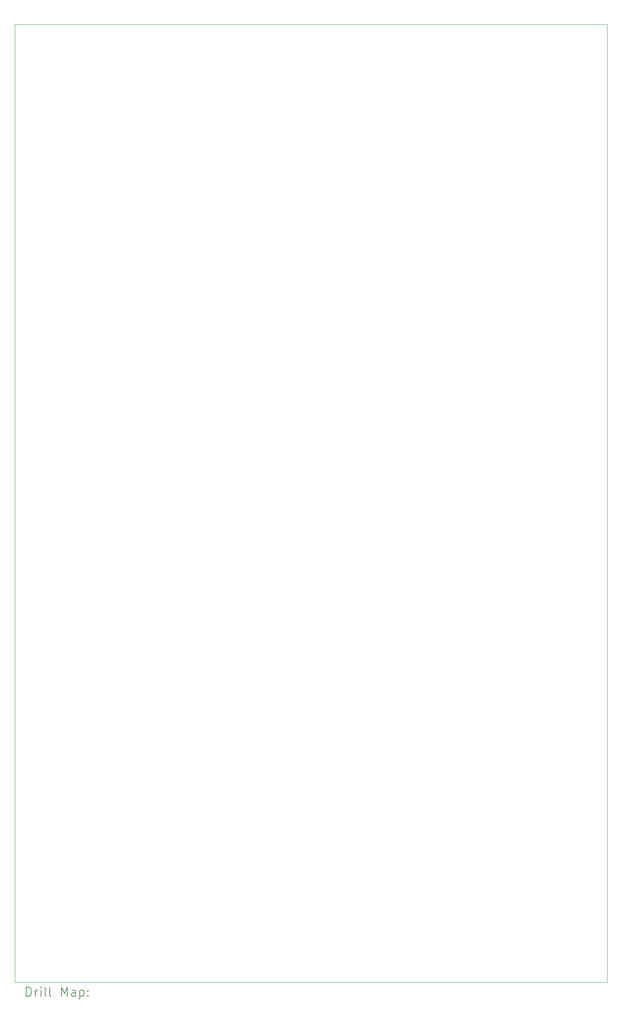
<source format=gbr>
%FSLAX45Y45*%
G04 Gerber Fmt 4.5, Leading zero omitted, Abs format (unit mm)*
G04 Created by KiCad (PCBNEW 6.0.5+dfsg-1~bpo11+1) date 2023-02-06 17:01:20*
%MOMM*%
%LPD*%
G01*
G04 APERTURE LIST*
%TA.AperFunction,Profile*%
%ADD10C,0.050000*%
%TD*%
%ADD11C,0.200000*%
G04 APERTURE END LIST*
D10*
X17272000Y-2540000D02*
X4064000Y-2540000D01*
X17272000Y-23876000D02*
X17272000Y-2540000D01*
X4064000Y-2540000D02*
X4064000Y-23876000D01*
X4064000Y-23876000D02*
X17272000Y-23876000D01*
D11*
X4319119Y-24188976D02*
X4319119Y-23988976D01*
X4366738Y-23988976D01*
X4395310Y-23998500D01*
X4414357Y-24017548D01*
X4423881Y-24036595D01*
X4433405Y-24074690D01*
X4433405Y-24103262D01*
X4423881Y-24141357D01*
X4414357Y-24160405D01*
X4395310Y-24179452D01*
X4366738Y-24188976D01*
X4319119Y-24188976D01*
X4519119Y-24188976D02*
X4519119Y-24055643D01*
X4519119Y-24093738D02*
X4528643Y-24074690D01*
X4538167Y-24065167D01*
X4557214Y-24055643D01*
X4576262Y-24055643D01*
X4642929Y-24188976D02*
X4642929Y-24055643D01*
X4642929Y-23988976D02*
X4633405Y-23998500D01*
X4642929Y-24008024D01*
X4652452Y-23998500D01*
X4642929Y-23988976D01*
X4642929Y-24008024D01*
X4766738Y-24188976D02*
X4747690Y-24179452D01*
X4738167Y-24160405D01*
X4738167Y-23988976D01*
X4871500Y-24188976D02*
X4852452Y-24179452D01*
X4842929Y-24160405D01*
X4842929Y-23988976D01*
X5100071Y-24188976D02*
X5100071Y-23988976D01*
X5166738Y-24131833D01*
X5233405Y-23988976D01*
X5233405Y-24188976D01*
X5414357Y-24188976D02*
X5414357Y-24084214D01*
X5404833Y-24065167D01*
X5385786Y-24055643D01*
X5347690Y-24055643D01*
X5328643Y-24065167D01*
X5414357Y-24179452D02*
X5395310Y-24188976D01*
X5347690Y-24188976D01*
X5328643Y-24179452D01*
X5319119Y-24160405D01*
X5319119Y-24141357D01*
X5328643Y-24122309D01*
X5347690Y-24112786D01*
X5395310Y-24112786D01*
X5414357Y-24103262D01*
X5509595Y-24055643D02*
X5509595Y-24255643D01*
X5509595Y-24065167D02*
X5528643Y-24055643D01*
X5566738Y-24055643D01*
X5585786Y-24065167D01*
X5595309Y-24074690D01*
X5604833Y-24093738D01*
X5604833Y-24150881D01*
X5595309Y-24169928D01*
X5585786Y-24179452D01*
X5566738Y-24188976D01*
X5528643Y-24188976D01*
X5509595Y-24179452D01*
X5690548Y-24169928D02*
X5700071Y-24179452D01*
X5690548Y-24188976D01*
X5681024Y-24179452D01*
X5690548Y-24169928D01*
X5690548Y-24188976D01*
X5690548Y-24065167D02*
X5700071Y-24074690D01*
X5690548Y-24084214D01*
X5681024Y-24074690D01*
X5690548Y-24065167D01*
X5690548Y-24084214D01*
M02*

</source>
